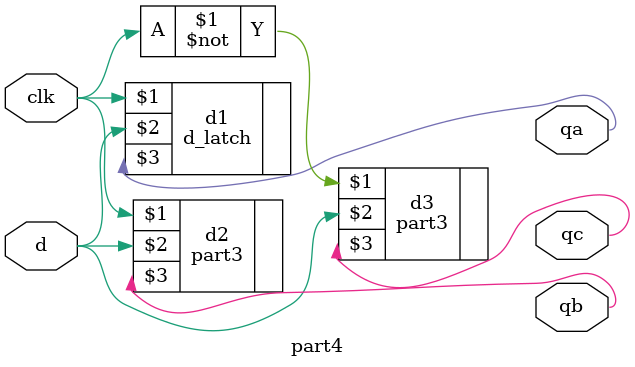
<source format=sv>

module part4(
				clk,
				d,
				qa,
				qb,
				qc
				);
	input logic d;
	input logic clk;
	
	output logic qa,qb,qc;
	
	d_latch d1 (clk,d,qa);
	part3 d2 (clk,d,qb);
	part3 d3 (~clk,d,qc);
	
endmodule
</source>
